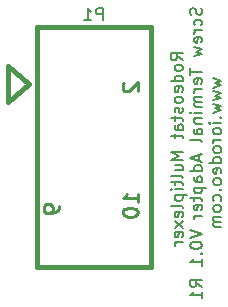
<source format=gbo>
G04 (created by PCBNEW (2013-jul-07)-stable) date Thu 17 Jan 2019 05:03:46 PM PST*
%MOIN*%
G04 Gerber Fmt 3.4, Leading zero omitted, Abs format*
%FSLAX34Y34*%
G01*
G70*
G90*
G04 APERTURE LIST*
%ADD10C,0.00590551*%
%ADD11C,0.008*%
%ADD12C,0.015*%
%ADD13C,0.01*%
G04 APERTURE END LIST*
G54D10*
G54D11*
X25961Y-27295D02*
X25771Y-27161D01*
X25961Y-27066D02*
X25561Y-27066D01*
X25561Y-27219D01*
X25580Y-27257D01*
X25600Y-27276D01*
X25638Y-27295D01*
X25695Y-27295D01*
X25733Y-27276D01*
X25752Y-27257D01*
X25771Y-27219D01*
X25771Y-27066D01*
X25961Y-27523D02*
X25942Y-27485D01*
X25923Y-27466D01*
X25885Y-27447D01*
X25771Y-27447D01*
X25733Y-27466D01*
X25714Y-27485D01*
X25695Y-27523D01*
X25695Y-27580D01*
X25714Y-27619D01*
X25733Y-27638D01*
X25771Y-27657D01*
X25885Y-27657D01*
X25923Y-27638D01*
X25942Y-27619D01*
X25961Y-27580D01*
X25961Y-27523D01*
X25961Y-28000D02*
X25561Y-28000D01*
X25942Y-28000D02*
X25961Y-27961D01*
X25961Y-27885D01*
X25942Y-27847D01*
X25923Y-27828D01*
X25885Y-27809D01*
X25771Y-27809D01*
X25733Y-27828D01*
X25714Y-27847D01*
X25695Y-27885D01*
X25695Y-27961D01*
X25714Y-28000D01*
X25942Y-28342D02*
X25961Y-28304D01*
X25961Y-28228D01*
X25942Y-28190D01*
X25904Y-28171D01*
X25752Y-28171D01*
X25714Y-28190D01*
X25695Y-28228D01*
X25695Y-28304D01*
X25714Y-28342D01*
X25752Y-28361D01*
X25790Y-28361D01*
X25828Y-28171D01*
X25961Y-28590D02*
X25942Y-28552D01*
X25923Y-28533D01*
X25885Y-28514D01*
X25771Y-28514D01*
X25733Y-28533D01*
X25714Y-28552D01*
X25695Y-28590D01*
X25695Y-28647D01*
X25714Y-28685D01*
X25733Y-28704D01*
X25771Y-28723D01*
X25885Y-28723D01*
X25923Y-28704D01*
X25942Y-28685D01*
X25961Y-28647D01*
X25961Y-28590D01*
X25942Y-28876D02*
X25961Y-28914D01*
X25961Y-28990D01*
X25942Y-29028D01*
X25904Y-29047D01*
X25885Y-29047D01*
X25847Y-29028D01*
X25828Y-28990D01*
X25828Y-28933D01*
X25809Y-28895D01*
X25771Y-28876D01*
X25752Y-28876D01*
X25714Y-28895D01*
X25695Y-28933D01*
X25695Y-28990D01*
X25714Y-29028D01*
X25695Y-29161D02*
X25695Y-29314D01*
X25561Y-29219D02*
X25904Y-29219D01*
X25942Y-29238D01*
X25961Y-29276D01*
X25961Y-29314D01*
X25961Y-29619D02*
X25752Y-29619D01*
X25714Y-29600D01*
X25695Y-29561D01*
X25695Y-29485D01*
X25714Y-29447D01*
X25942Y-29619D02*
X25961Y-29580D01*
X25961Y-29485D01*
X25942Y-29447D01*
X25904Y-29428D01*
X25866Y-29428D01*
X25828Y-29447D01*
X25809Y-29485D01*
X25809Y-29580D01*
X25790Y-29619D01*
X25695Y-29752D02*
X25695Y-29904D01*
X25561Y-29809D02*
X25904Y-29809D01*
X25942Y-29828D01*
X25961Y-29866D01*
X25961Y-29904D01*
X25961Y-30342D02*
X25561Y-30342D01*
X25847Y-30476D01*
X25561Y-30609D01*
X25961Y-30609D01*
X25695Y-30971D02*
X25961Y-30971D01*
X25695Y-30800D02*
X25904Y-30800D01*
X25942Y-30819D01*
X25961Y-30857D01*
X25961Y-30914D01*
X25942Y-30952D01*
X25923Y-30971D01*
X25961Y-31219D02*
X25942Y-31180D01*
X25904Y-31161D01*
X25561Y-31161D01*
X25695Y-31314D02*
X25695Y-31466D01*
X25561Y-31371D02*
X25904Y-31371D01*
X25942Y-31390D01*
X25961Y-31428D01*
X25961Y-31466D01*
X25961Y-31600D02*
X25695Y-31600D01*
X25561Y-31600D02*
X25580Y-31580D01*
X25600Y-31600D01*
X25580Y-31619D01*
X25561Y-31600D01*
X25600Y-31600D01*
X25695Y-31790D02*
X26095Y-31790D01*
X25714Y-31790D02*
X25695Y-31828D01*
X25695Y-31904D01*
X25714Y-31942D01*
X25733Y-31961D01*
X25771Y-31980D01*
X25885Y-31980D01*
X25923Y-31961D01*
X25942Y-31942D01*
X25961Y-31904D01*
X25961Y-31828D01*
X25942Y-31790D01*
X25961Y-32209D02*
X25942Y-32171D01*
X25904Y-32152D01*
X25561Y-32152D01*
X25942Y-32514D02*
X25961Y-32476D01*
X25961Y-32400D01*
X25942Y-32361D01*
X25904Y-32342D01*
X25752Y-32342D01*
X25714Y-32361D01*
X25695Y-32400D01*
X25695Y-32476D01*
X25714Y-32514D01*
X25752Y-32533D01*
X25790Y-32533D01*
X25828Y-32342D01*
X25961Y-32666D02*
X25695Y-32876D01*
X25695Y-32666D02*
X25961Y-32876D01*
X25942Y-33180D02*
X25961Y-33142D01*
X25961Y-33066D01*
X25942Y-33028D01*
X25904Y-33009D01*
X25752Y-33009D01*
X25714Y-33028D01*
X25695Y-33066D01*
X25695Y-33142D01*
X25714Y-33180D01*
X25752Y-33199D01*
X25790Y-33199D01*
X25828Y-33009D01*
X25961Y-33371D02*
X25695Y-33371D01*
X25771Y-33371D02*
X25733Y-33390D01*
X25714Y-33409D01*
X25695Y-33447D01*
X25695Y-33485D01*
X26582Y-25561D02*
X26601Y-25619D01*
X26601Y-25714D01*
X26582Y-25752D01*
X26563Y-25771D01*
X26525Y-25790D01*
X26487Y-25790D01*
X26449Y-25771D01*
X26430Y-25752D01*
X26411Y-25714D01*
X26392Y-25638D01*
X26373Y-25600D01*
X26354Y-25580D01*
X26316Y-25561D01*
X26278Y-25561D01*
X26240Y-25580D01*
X26220Y-25600D01*
X26201Y-25638D01*
X26201Y-25733D01*
X26220Y-25790D01*
X26582Y-26133D02*
X26601Y-26095D01*
X26601Y-26019D01*
X26582Y-25980D01*
X26563Y-25961D01*
X26525Y-25942D01*
X26411Y-25942D01*
X26373Y-25961D01*
X26354Y-25980D01*
X26335Y-26019D01*
X26335Y-26095D01*
X26354Y-26133D01*
X26601Y-26304D02*
X26335Y-26304D01*
X26411Y-26304D02*
X26373Y-26323D01*
X26354Y-26342D01*
X26335Y-26380D01*
X26335Y-26419D01*
X26582Y-26704D02*
X26601Y-26666D01*
X26601Y-26590D01*
X26582Y-26552D01*
X26544Y-26533D01*
X26392Y-26533D01*
X26354Y-26552D01*
X26335Y-26590D01*
X26335Y-26666D01*
X26354Y-26704D01*
X26392Y-26723D01*
X26430Y-26723D01*
X26468Y-26533D01*
X26335Y-26857D02*
X26601Y-26933D01*
X26411Y-27009D01*
X26601Y-27085D01*
X26335Y-27161D01*
X26201Y-27561D02*
X26201Y-27790D01*
X26601Y-27676D02*
X26201Y-27676D01*
X26582Y-28076D02*
X26601Y-28038D01*
X26601Y-27961D01*
X26582Y-27923D01*
X26544Y-27904D01*
X26392Y-27904D01*
X26354Y-27923D01*
X26335Y-27961D01*
X26335Y-28038D01*
X26354Y-28076D01*
X26392Y-28095D01*
X26430Y-28095D01*
X26468Y-27904D01*
X26601Y-28266D02*
X26335Y-28266D01*
X26411Y-28266D02*
X26373Y-28285D01*
X26354Y-28304D01*
X26335Y-28342D01*
X26335Y-28380D01*
X26601Y-28514D02*
X26335Y-28514D01*
X26373Y-28514D02*
X26354Y-28533D01*
X26335Y-28571D01*
X26335Y-28628D01*
X26354Y-28666D01*
X26392Y-28685D01*
X26601Y-28685D01*
X26392Y-28685D02*
X26354Y-28704D01*
X26335Y-28742D01*
X26335Y-28800D01*
X26354Y-28838D01*
X26392Y-28857D01*
X26601Y-28857D01*
X26601Y-29047D02*
X26335Y-29047D01*
X26201Y-29047D02*
X26220Y-29028D01*
X26240Y-29047D01*
X26220Y-29066D01*
X26201Y-29047D01*
X26240Y-29047D01*
X26335Y-29238D02*
X26601Y-29238D01*
X26373Y-29238D02*
X26354Y-29257D01*
X26335Y-29295D01*
X26335Y-29352D01*
X26354Y-29390D01*
X26392Y-29409D01*
X26601Y-29409D01*
X26601Y-29771D02*
X26392Y-29771D01*
X26354Y-29752D01*
X26335Y-29714D01*
X26335Y-29638D01*
X26354Y-29600D01*
X26582Y-29771D02*
X26601Y-29733D01*
X26601Y-29638D01*
X26582Y-29600D01*
X26544Y-29580D01*
X26506Y-29580D01*
X26468Y-29600D01*
X26449Y-29638D01*
X26449Y-29733D01*
X26430Y-29771D01*
X26601Y-30019D02*
X26582Y-29980D01*
X26544Y-29961D01*
X26201Y-29961D01*
X26487Y-30457D02*
X26487Y-30647D01*
X26601Y-30419D02*
X26201Y-30552D01*
X26601Y-30685D01*
X26601Y-30990D02*
X26201Y-30990D01*
X26582Y-30990D02*
X26601Y-30952D01*
X26601Y-30876D01*
X26582Y-30838D01*
X26563Y-30819D01*
X26525Y-30800D01*
X26411Y-30800D01*
X26373Y-30819D01*
X26354Y-30838D01*
X26335Y-30876D01*
X26335Y-30952D01*
X26354Y-30990D01*
X26601Y-31352D02*
X26392Y-31352D01*
X26354Y-31333D01*
X26335Y-31295D01*
X26335Y-31219D01*
X26354Y-31180D01*
X26582Y-31352D02*
X26601Y-31314D01*
X26601Y-31219D01*
X26582Y-31180D01*
X26544Y-31161D01*
X26506Y-31161D01*
X26468Y-31180D01*
X26449Y-31219D01*
X26449Y-31314D01*
X26430Y-31352D01*
X26335Y-31542D02*
X26735Y-31542D01*
X26354Y-31542D02*
X26335Y-31580D01*
X26335Y-31657D01*
X26354Y-31695D01*
X26373Y-31714D01*
X26411Y-31733D01*
X26525Y-31733D01*
X26563Y-31714D01*
X26582Y-31695D01*
X26601Y-31657D01*
X26601Y-31580D01*
X26582Y-31542D01*
X26335Y-31847D02*
X26335Y-32000D01*
X26201Y-31904D02*
X26544Y-31904D01*
X26582Y-31923D01*
X26601Y-31961D01*
X26601Y-32000D01*
X26582Y-32285D02*
X26601Y-32247D01*
X26601Y-32171D01*
X26582Y-32133D01*
X26544Y-32114D01*
X26392Y-32114D01*
X26354Y-32133D01*
X26335Y-32171D01*
X26335Y-32247D01*
X26354Y-32285D01*
X26392Y-32304D01*
X26430Y-32304D01*
X26468Y-32114D01*
X26601Y-32476D02*
X26335Y-32476D01*
X26411Y-32476D02*
X26373Y-32495D01*
X26354Y-32514D01*
X26335Y-32552D01*
X26335Y-32590D01*
X26201Y-32971D02*
X26601Y-33104D01*
X26201Y-33238D01*
X26201Y-33447D02*
X26201Y-33485D01*
X26220Y-33523D01*
X26240Y-33542D01*
X26278Y-33561D01*
X26354Y-33580D01*
X26449Y-33580D01*
X26525Y-33561D01*
X26563Y-33542D01*
X26582Y-33523D01*
X26601Y-33485D01*
X26601Y-33447D01*
X26582Y-33409D01*
X26563Y-33390D01*
X26525Y-33371D01*
X26449Y-33352D01*
X26354Y-33352D01*
X26278Y-33371D01*
X26240Y-33390D01*
X26220Y-33409D01*
X26201Y-33447D01*
X26563Y-33752D02*
X26582Y-33771D01*
X26601Y-33752D01*
X26582Y-33733D01*
X26563Y-33752D01*
X26601Y-33752D01*
X26601Y-34152D02*
X26601Y-33923D01*
X26601Y-34038D02*
X26201Y-34038D01*
X26259Y-33999D01*
X26297Y-33961D01*
X26316Y-33923D01*
X26601Y-34857D02*
X26411Y-34723D01*
X26601Y-34628D02*
X26201Y-34628D01*
X26201Y-34780D01*
X26220Y-34819D01*
X26240Y-34838D01*
X26278Y-34857D01*
X26335Y-34857D01*
X26373Y-34838D01*
X26392Y-34819D01*
X26411Y-34780D01*
X26411Y-34628D01*
X26601Y-35238D02*
X26601Y-35009D01*
X26601Y-35123D02*
X26201Y-35123D01*
X26259Y-35085D01*
X26297Y-35047D01*
X26316Y-35009D01*
X26975Y-27904D02*
X27241Y-27980D01*
X27051Y-28057D01*
X27241Y-28133D01*
X26975Y-28209D01*
X26975Y-28323D02*
X27241Y-28400D01*
X27051Y-28476D01*
X27241Y-28552D01*
X26975Y-28628D01*
X26975Y-28742D02*
X27241Y-28819D01*
X27051Y-28895D01*
X27241Y-28971D01*
X26975Y-29047D01*
X27203Y-29200D02*
X27222Y-29219D01*
X27241Y-29200D01*
X27222Y-29180D01*
X27203Y-29200D01*
X27241Y-29200D01*
X27241Y-29390D02*
X26975Y-29390D01*
X26841Y-29390D02*
X26860Y-29371D01*
X26880Y-29390D01*
X26860Y-29409D01*
X26841Y-29390D01*
X26880Y-29390D01*
X27241Y-29638D02*
X27222Y-29600D01*
X27203Y-29580D01*
X27165Y-29561D01*
X27051Y-29561D01*
X27013Y-29580D01*
X26994Y-29600D01*
X26975Y-29638D01*
X26975Y-29695D01*
X26994Y-29733D01*
X27013Y-29752D01*
X27051Y-29771D01*
X27165Y-29771D01*
X27203Y-29752D01*
X27222Y-29733D01*
X27241Y-29695D01*
X27241Y-29638D01*
X27241Y-29942D02*
X26975Y-29942D01*
X27051Y-29942D02*
X27013Y-29961D01*
X26994Y-29980D01*
X26975Y-30019D01*
X26975Y-30057D01*
X27241Y-30247D02*
X27222Y-30209D01*
X27203Y-30190D01*
X27165Y-30171D01*
X27051Y-30171D01*
X27013Y-30190D01*
X26994Y-30209D01*
X26975Y-30247D01*
X26975Y-30304D01*
X26994Y-30342D01*
X27013Y-30361D01*
X27051Y-30380D01*
X27165Y-30380D01*
X27203Y-30361D01*
X27222Y-30342D01*
X27241Y-30304D01*
X27241Y-30247D01*
X27241Y-30723D02*
X26841Y-30723D01*
X27222Y-30723D02*
X27241Y-30685D01*
X27241Y-30609D01*
X27222Y-30571D01*
X27203Y-30552D01*
X27165Y-30533D01*
X27051Y-30533D01*
X27013Y-30552D01*
X26994Y-30571D01*
X26975Y-30609D01*
X26975Y-30685D01*
X26994Y-30723D01*
X27222Y-31066D02*
X27241Y-31028D01*
X27241Y-30952D01*
X27222Y-30914D01*
X27184Y-30895D01*
X27032Y-30895D01*
X26994Y-30914D01*
X26975Y-30952D01*
X26975Y-31028D01*
X26994Y-31066D01*
X27032Y-31085D01*
X27070Y-31085D01*
X27108Y-30895D01*
X27241Y-31314D02*
X27222Y-31276D01*
X27203Y-31257D01*
X27165Y-31238D01*
X27051Y-31238D01*
X27013Y-31257D01*
X26994Y-31276D01*
X26975Y-31314D01*
X26975Y-31371D01*
X26994Y-31409D01*
X27013Y-31428D01*
X27051Y-31447D01*
X27165Y-31447D01*
X27203Y-31428D01*
X27222Y-31409D01*
X27241Y-31371D01*
X27241Y-31314D01*
X27203Y-31619D02*
X27222Y-31638D01*
X27241Y-31619D01*
X27222Y-31600D01*
X27203Y-31619D01*
X27241Y-31619D01*
X27222Y-31980D02*
X27241Y-31942D01*
X27241Y-31866D01*
X27222Y-31828D01*
X27203Y-31809D01*
X27165Y-31790D01*
X27051Y-31790D01*
X27013Y-31809D01*
X26994Y-31828D01*
X26975Y-31866D01*
X26975Y-31942D01*
X26994Y-31980D01*
X27241Y-32209D02*
X27222Y-32171D01*
X27203Y-32152D01*
X27165Y-32133D01*
X27051Y-32133D01*
X27013Y-32152D01*
X26994Y-32171D01*
X26975Y-32209D01*
X26975Y-32266D01*
X26994Y-32304D01*
X27013Y-32323D01*
X27051Y-32342D01*
X27165Y-32342D01*
X27203Y-32323D01*
X27222Y-32304D01*
X27241Y-32266D01*
X27241Y-32209D01*
X27241Y-32514D02*
X26975Y-32514D01*
X27013Y-32514D02*
X26994Y-32533D01*
X26975Y-32571D01*
X26975Y-32628D01*
X26994Y-32666D01*
X27032Y-32685D01*
X27241Y-32685D01*
X27032Y-32685D02*
X26994Y-32704D01*
X26975Y-32742D01*
X26975Y-32800D01*
X26994Y-32838D01*
X27032Y-32857D01*
X27241Y-32857D01*
G54D12*
X24900Y-26200D02*
X24900Y-34200D01*
X24900Y-34200D02*
X21100Y-34200D01*
X21100Y-34200D02*
X21100Y-26200D01*
X21100Y-26200D02*
X24900Y-26200D01*
X20126Y-27483D02*
X20126Y-28665D01*
X20839Y-28088D02*
X20139Y-27488D01*
X20140Y-28688D02*
X20840Y-28088D01*
G54D11*
X23295Y-25961D02*
X23295Y-25561D01*
X23142Y-25561D01*
X23104Y-25580D01*
X23085Y-25600D01*
X23066Y-25638D01*
X23066Y-25695D01*
X23085Y-25733D01*
X23104Y-25752D01*
X23142Y-25771D01*
X23295Y-25771D01*
X22685Y-25961D02*
X22914Y-25961D01*
X22799Y-25961D02*
X22799Y-25561D01*
X22838Y-25619D01*
X22876Y-25657D01*
X22914Y-25676D01*
G54D13*
X24462Y-32033D02*
X24462Y-31748D01*
X24462Y-31890D02*
X23962Y-31890D01*
X24033Y-31843D01*
X24081Y-31795D01*
X24105Y-31748D01*
X23962Y-32343D02*
X23962Y-32390D01*
X23986Y-32438D01*
X24010Y-32462D01*
X24057Y-32486D01*
X24152Y-32509D01*
X24271Y-32509D01*
X24367Y-32486D01*
X24414Y-32462D01*
X24438Y-32438D01*
X24462Y-32390D01*
X24462Y-32343D01*
X24438Y-32295D01*
X24414Y-32271D01*
X24367Y-32248D01*
X24271Y-32224D01*
X24152Y-32224D01*
X24057Y-32248D01*
X24010Y-32271D01*
X23986Y-32295D01*
X23962Y-32343D01*
X21824Y-32151D02*
X21824Y-32247D01*
X21800Y-32294D01*
X21776Y-32318D01*
X21705Y-32366D01*
X21610Y-32389D01*
X21419Y-32389D01*
X21372Y-32366D01*
X21348Y-32342D01*
X21324Y-32294D01*
X21324Y-32199D01*
X21348Y-32151D01*
X21372Y-32127D01*
X21419Y-32104D01*
X21538Y-32104D01*
X21586Y-32127D01*
X21610Y-32151D01*
X21633Y-32199D01*
X21633Y-32294D01*
X21610Y-32342D01*
X21586Y-32366D01*
X21538Y-32389D01*
X24010Y-28049D02*
X23986Y-28072D01*
X23962Y-28120D01*
X23962Y-28239D01*
X23986Y-28287D01*
X24010Y-28311D01*
X24057Y-28334D01*
X24105Y-28334D01*
X24176Y-28311D01*
X24462Y-28025D01*
X24462Y-28334D01*
M02*

</source>
